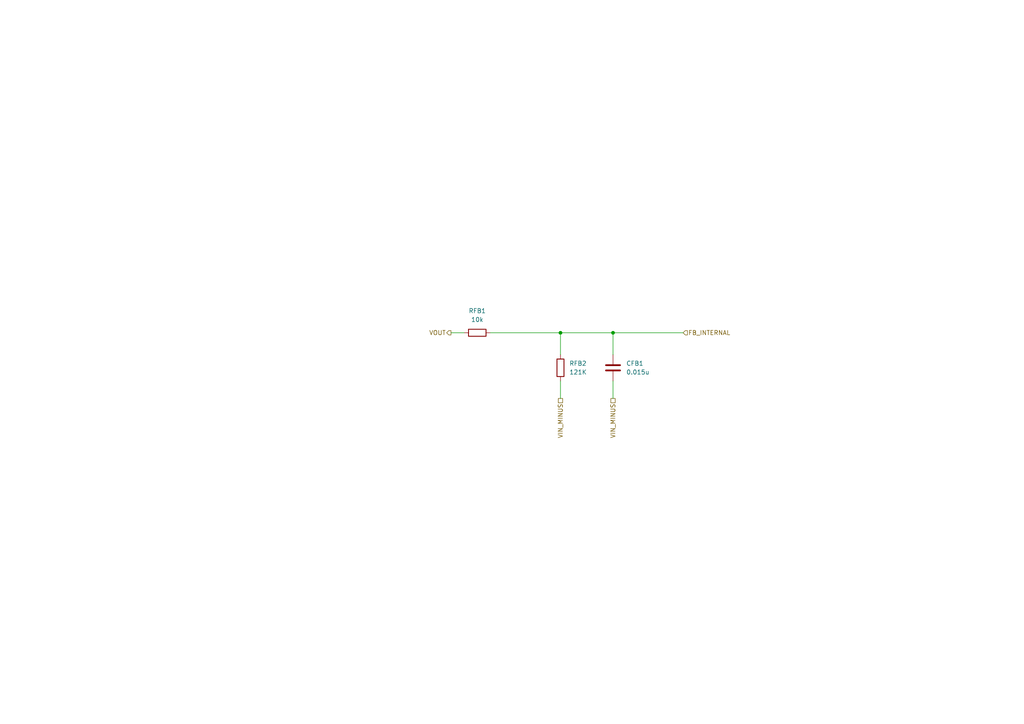
<source format=kicad_sch>
(kicad_sch (version 20230121) (generator eeschema)

  (uuid 05cf49fb-6f28-48c8-90d3-b28c7ac5745a)

  (paper "A4")

  (lib_symbols
    (symbol "Device:C" (pin_numbers hide) (pin_names (offset 0.254)) (in_bom yes) (on_board yes)
      (property "Reference" "C" (at 0.635 2.54 0)
        (effects (font (size 1.27 1.27)) (justify left))
      )
      (property "Value" "C" (at 0.635 -2.54 0)
        (effects (font (size 1.27 1.27)) (justify left))
      )
      (property "Footprint" "" (at 0.9652 -3.81 0)
        (effects (font (size 1.27 1.27)) hide)
      )
      (property "Datasheet" "~" (at 0 0 0)
        (effects (font (size 1.27 1.27)) hide)
      )
      (property "ki_keywords" "cap capacitor" (at 0 0 0)
        (effects (font (size 1.27 1.27)) hide)
      )
      (property "ki_description" "Unpolarized capacitor" (at 0 0 0)
        (effects (font (size 1.27 1.27)) hide)
      )
      (property "ki_fp_filters" "C_*" (at 0 0 0)
        (effects (font (size 1.27 1.27)) hide)
      )
      (symbol "C_0_1"
        (polyline
          (pts
            (xy -2.032 -0.762)
            (xy 2.032 -0.762)
          )
          (stroke (width 0.508) (type default))
          (fill (type none))
        )
        (polyline
          (pts
            (xy -2.032 0.762)
            (xy 2.032 0.762)
          )
          (stroke (width 0.508) (type default))
          (fill (type none))
        )
      )
      (symbol "C_1_1"
        (pin passive line (at 0 3.81 270) (length 2.794)
          (name "~" (effects (font (size 1.27 1.27))))
          (number "1" (effects (font (size 1.27 1.27))))
        )
        (pin passive line (at 0 -3.81 90) (length 2.794)
          (name "~" (effects (font (size 1.27 1.27))))
          (number "2" (effects (font (size 1.27 1.27))))
        )
      )
    )
    (symbol "Device:R" (pin_numbers hide) (pin_names (offset 0)) (in_bom yes) (on_board yes)
      (property "Reference" "R" (at 2.032 0 90)
        (effects (font (size 1.27 1.27)))
      )
      (property "Value" "R" (at 0 0 90)
        (effects (font (size 1.27 1.27)))
      )
      (property "Footprint" "" (at -1.778 0 90)
        (effects (font (size 1.27 1.27)) hide)
      )
      (property "Datasheet" "~" (at 0 0 0)
        (effects (font (size 1.27 1.27)) hide)
      )
      (property "ki_keywords" "R res resistor" (at 0 0 0)
        (effects (font (size 1.27 1.27)) hide)
      )
      (property "ki_description" "Resistor" (at 0 0 0)
        (effects (font (size 1.27 1.27)) hide)
      )
      (property "ki_fp_filters" "R_*" (at 0 0 0)
        (effects (font (size 1.27 1.27)) hide)
      )
      (symbol "R_0_1"
        (rectangle (start -1.016 -2.54) (end 1.016 2.54)
          (stroke (width 0.254) (type default))
          (fill (type none))
        )
      )
      (symbol "R_1_1"
        (pin passive line (at 0 3.81 270) (length 1.27)
          (name "~" (effects (font (size 1.27 1.27))))
          (number "1" (effects (font (size 1.27 1.27))))
        )
        (pin passive line (at 0 -3.81 90) (length 1.27)
          (name "~" (effects (font (size 1.27 1.27))))
          (number "2" (effects (font (size 1.27 1.27))))
        )
      )
    )
  )

  (junction (at 162.56 96.52) (diameter 0) (color 0 0 0 0)
    (uuid 4ebdec39-d404-4cdf-8626-aba184eee782)
  )
  (junction (at 177.8 96.52) (diameter 0) (color 0 0 0 0)
    (uuid ce672dde-8697-462e-9180-cfe818908102)
  )

  (wire (pts (xy 177.8 110.49) (xy 177.8 115.57))
    (stroke (width 0) (type default))
    (uuid 0f52ad61-f7b9-4568-815a-3ddb1be78344)
  )
  (wire (pts (xy 162.56 110.49) (xy 162.56 115.57))
    (stroke (width 0) (type default))
    (uuid 276f72fc-ae6a-43ee-9c77-5a5ca3f47567)
  )
  (wire (pts (xy 177.8 96.52) (xy 177.8 102.87))
    (stroke (width 0) (type default))
    (uuid 35fa1f69-c513-4da2-80c3-17add41c577c)
  )
  (wire (pts (xy 142.24 96.52) (xy 162.56 96.52))
    (stroke (width 0) (type default))
    (uuid 4edf7786-d448-498a-aba6-d72a8e73ce26)
  )
  (wire (pts (xy 130.81 96.52) (xy 134.62 96.52))
    (stroke (width 0) (type default))
    (uuid 62c2dfd2-9e6f-4709-b574-b2261dddc2b4)
  )
  (wire (pts (xy 177.8 96.52) (xy 198.12 96.52))
    (stroke (width 0) (type default))
    (uuid 9577d31f-71c4-4d2c-bf1c-6aa3edb771b9)
  )
  (wire (pts (xy 162.56 96.52) (xy 177.8 96.52))
    (stroke (width 0) (type default))
    (uuid 98bc1cae-4466-45e7-a4d1-65628dfc4aac)
  )
  (wire (pts (xy 162.56 96.52) (xy 162.56 102.87))
    (stroke (width 0) (type default))
    (uuid d0a7bf15-17bc-4326-b2b2-097c614917a2)
  )

  (hierarchical_label "VIN_MINUS" (shape passive) (at 177.8 115.57 270) (fields_autoplaced)
    (effects (font (size 1.27 1.27)) (justify right))
    (uuid 06f6cef3-d39f-43ed-817b-c976a1ca755d)
  )
  (hierarchical_label "VOUT" (shape output) (at 130.81 96.52 180) (fields_autoplaced)
    (effects (font (size 1.27 1.27)) (justify right))
    (uuid 7ffafa26-5c35-4cf1-a7e3-fb8d77f232fe)
  )
  (hierarchical_label "FB_INTERNAL" (shape input) (at 198.12 96.52 0) (fields_autoplaced)
    (effects (font (size 1.27 1.27)) (justify left))
    (uuid 85739f87-a45d-49f7-b575-ccc350ba072c)
  )
  (hierarchical_label "VIN_MINUS" (shape passive) (at 162.56 115.57 270) (fields_autoplaced)
    (effects (font (size 1.27 1.27)) (justify right))
    (uuid fbfe2245-04b4-4eec-a5bb-13034d9e9883)
  )

  (symbol (lib_id "Device:C") (at 177.8 106.68 0) (unit 1)
    (in_bom yes) (on_board yes) (dnp no)
    (uuid 2121fa0e-a151-48ab-8054-1e64b85956d2)
    (property "Reference" "CFB1" (at 181.61 105.41 0)
      (effects (font (size 1.27 1.27)) (justify left))
    )
    (property "Value" "0.015u" (at 181.61 107.95 0)
      (effects (font (size 1.27 1.27)) (justify left))
    )
    (property "Footprint" "Capacitor_THT:C_Rect_L18.0mm_W7.0mm_P15.00mm_FKS3_FKP3" (at 178.7652 110.49 0)
      (effects (font (size 1.27 1.27)) hide)
    )
    (property "Datasheet" "https://www.digikey.com/en/products/detail/tdk-electronics-inc/B32672L1153J000/1532436?curr=usd" (at 177.8 106.68 0)
      (effects (font (size 1.27 1.27)) hide)
    )
    (property "Sim.Device" "C" (at 177.8 106.68 0)
      (effects (font (size 1.27 1.27)) hide)
    )
    (property "Sim.Pins" "1=+ 2=-" (at 177.8 106.68 0)
      (effects (font (size 1.27 1.27)) hide)
    )
    (property "MANUFACTURER PART NUMBER" "495-3216-ND" (at 177.8 106.68 0)
      (effects (font (size 1.27 1.27)) hide)
    )
    (pin "2" (uuid 800fff2a-3f66-4b7b-982c-ca4f9dd9844e))
    (pin "1" (uuid f42c4515-9b63-4e9f-b27e-c1b8c0db6db8))
    (instances
      (project "UC28881  WORK"
        (path "/02261b3b-0ab5-411c-b90d-2981c1ef32c1/12d9b082-3d29-4215-9b8e-e7443d4e7d42"
          (reference "CFB1") (unit 1)
        )
      )
    )
  )

  (symbol (lib_id "Device:R") (at 138.43 96.52 90) (unit 1)
    (in_bom yes) (on_board yes) (dnp no) (fields_autoplaced)
    (uuid 6a08dc3b-df8f-4cd6-9581-0cca8022c683)
    (property "Reference" "RFB1" (at 138.43 90.17 90)
      (effects (font (size 1.27 1.27)))
    )
    (property "Value" "10k" (at 138.43 92.71 90)
      (effects (font (size 1.27 1.27)))
    )
    (property "Footprint" "" (at 138.43 98.298 90)
      (effects (font (size 1.27 1.27)) hide)
    )
    (property "Datasheet" "https://www.digikey.com/en/products/detail/te-connectivity-passive-product/CRG0402F10K/5246515?curr=usd" (at 138.43 96.52 0)
      (effects (font (size 1.27 1.27)) hide)
    )
    (property "Sim.Device" "R" (at 138.43 96.52 0)
      (effects (font (size 1.27 1.27)) hide)
    )
    (property "Sim.Pins" "1=+ 2=-" (at 138.43 96.52 0)
      (effects (font (size 1.27 1.27)) hide)
    )
    (pin "1" (uuid 8791e052-7dd9-4880-88f7-385bc5fab3e4))
    (pin "2" (uuid a37ad94a-50d7-4a80-8483-80b481c89f2d))
    (instances
      (project "UC28881  WORK"
        (path "/02261b3b-0ab5-411c-b90d-2981c1ef32c1/12d9b082-3d29-4215-9b8e-e7443d4e7d42"
          (reference "RFB1") (unit 1)
        )
      )
    )
  )

  (symbol (lib_id "Device:R") (at 162.56 106.68 0) (unit 1)
    (in_bom yes) (on_board yes) (dnp no)
    (uuid e7a3439d-7eba-4bda-9b8d-0897b94ee19c)
    (property "Reference" "RFB2" (at 165.1 105.41 0)
      (effects (font (size 1.27 1.27)) (justify left))
    )
    (property "Value" "121K" (at 165.1 107.95 0)
      (effects (font (size 1.27 1.27)) (justify left))
    )
    (property "Footprint" "" (at 160.782 106.68 90)
      (effects (font (size 1.27 1.27)) hide)
    )
    (property "Datasheet" "https://www.digikey.com/en/products/detail/panasonic-electronic-components/ERJ-8ENF1213V/89926?curr=usd" (at 162.56 106.68 0)
      (effects (font (size 1.27 1.27)) hide)
    )
    (property "Sim.Device" "R" (at 162.56 106.68 0)
      (effects (font (size 1.27 1.27)) hide)
    )
    (property "Sim.Pins" "1=+ 2=-" (at 162.56 106.68 0)
      (effects (font (size 1.27 1.27)) hide)
    )
    (pin "1" (uuid 61a5f454-215e-40c7-b98b-8f243c6c3e77))
    (pin "2" (uuid 287387f5-fd78-4ff0-ae73-853acfc6b3cb))
    (instances
      (project "UC28881  WORK"
        (path "/02261b3b-0ab5-411c-b90d-2981c1ef32c1/12d9b082-3d29-4215-9b8e-e7443d4e7d42"
          (reference "RFB2") (unit 1)
        )
      )
    )
  )
)

</source>
